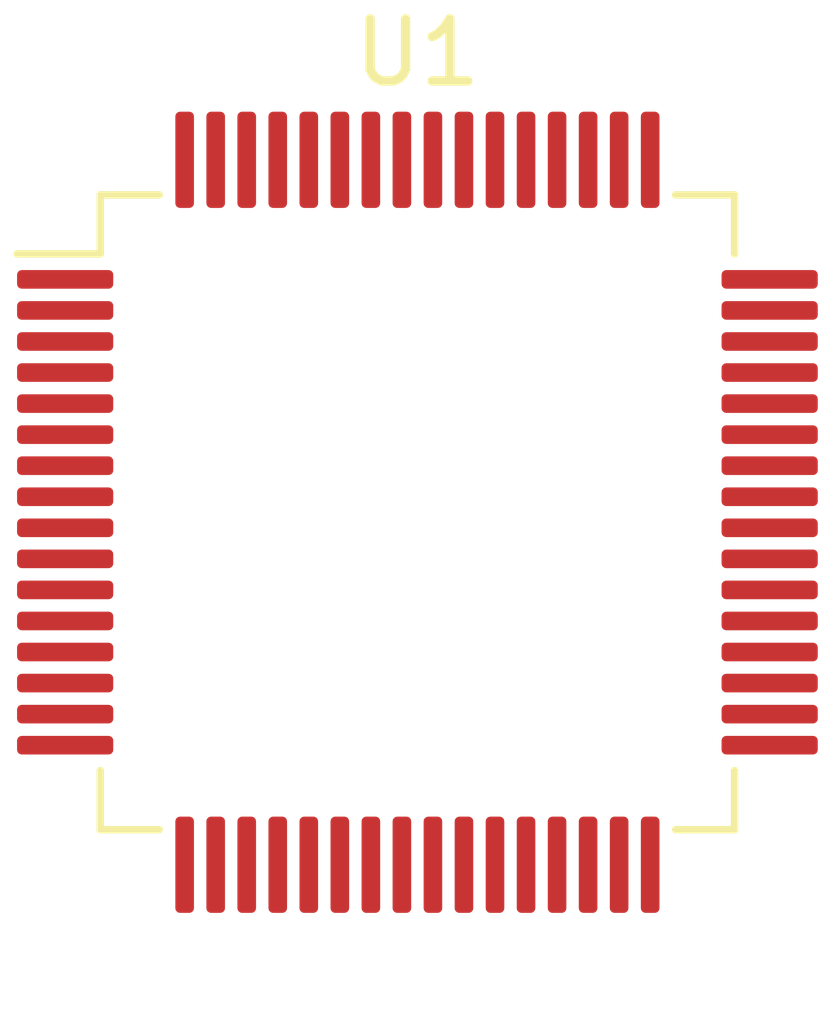
<source format=kicad_pcb>
(kicad_pcb (version 20171130) (host pcbnew "(5.1.4)-1")

  (general
    (thickness 1.6)
    (drawings 0)
    (tracks 0)
    (zones 0)
    (modules 1)
    (nets 61)
  )

  (page A4)
  (layers
    (0 F.Cu signal)
    (31 B.Cu signal)
    (32 B.Adhes user)
    (33 F.Adhes user)
    (34 B.Paste user)
    (35 F.Paste user)
    (36 B.SilkS user)
    (37 F.SilkS user)
    (38 B.Mask user)
    (39 F.Mask user)
    (40 Dwgs.User user)
    (41 Cmts.User user)
    (42 Eco1.User user)
    (43 Eco2.User user)
    (44 Edge.Cuts user)
    (45 Margin user)
    (46 B.CrtYd user)
    (47 F.CrtYd user)
    (48 B.Fab user)
    (49 F.Fab user)
  )

  (setup
    (last_trace_width 0.25)
    (trace_clearance 0.2)
    (zone_clearance 0.508)
    (zone_45_only no)
    (trace_min 0.2)
    (via_size 0.8)
    (via_drill 0.4)
    (via_min_size 0.4)
    (via_min_drill 0.3)
    (uvia_size 0.3)
    (uvia_drill 0.1)
    (uvias_allowed no)
    (uvia_min_size 0.2)
    (uvia_min_drill 0.1)
    (edge_width 0.05)
    (segment_width 0.2)
    (pcb_text_width 0.3)
    (pcb_text_size 1.5 1.5)
    (mod_edge_width 0.12)
    (mod_text_size 1 1)
    (mod_text_width 0.15)
    (pad_size 1.524 1.524)
    (pad_drill 0.762)
    (pad_to_mask_clearance 0.051)
    (solder_mask_min_width 0.25)
    (aux_axis_origin 0 0)
    (visible_elements FFFFFF7F)
    (pcbplotparams
      (layerselection 0x010fc_ffffffff)
      (usegerberextensions false)
      (usegerberattributes false)
      (usegerberadvancedattributes false)
      (creategerberjobfile false)
      (excludeedgelayer true)
      (linewidth 0.100000)
      (plotframeref false)
      (viasonmask false)
      (mode 1)
      (useauxorigin false)
      (hpglpennumber 1)
      (hpglpenspeed 20)
      (hpglpendiameter 15.000000)
      (psnegative false)
      (psa4output false)
      (plotreference true)
      (plotvalue true)
      (plotinvisibletext false)
      (padsonsilk false)
      (subtractmaskfromsilk false)
      (outputformat 1)
      (mirror false)
      (drillshape 1)
      (scaleselection 1)
      (outputdirectory ""))
  )

  (net 0 "")
  (net 1 VDD)
  (net 2 GND)
  (net 3 PB9)
  (net 4 PB8)
  (net 5 BOOT0)
  (net 6 PB7)
  (net 7 PB6)
  (net 8 PB5)
  (net 9 PB4)
  (net 10 PB3)
  (net 11 PD2)
  (net 12 PC12)
  (net 13 PC11)
  (net 14 PC10)
  (net 15 PA15)
  (net 16 PA14)
  (net 17 PF7)
  (net 18 PF6)
  (net 19 PA13)
  (net 20 PA12)
  (net 21 PA11)
  (net 22 PA10)
  (net 23 PA9)
  (net 24 PA8)
  (net 25 PC9)
  (net 26 PC8)
  (net 27 PC7)
  (net 28 PC6)
  (net 29 PB15)
  (net 30 PB14)
  (net 31 PB13)
  (net 32 PB12)
  (net 33 PB11)
  (net 34 PB10)
  (net 35 PB2)
  (net 36 PB1)
  (net 37 PB0)
  (net 38 PC5)
  (net 39 PC4)
  (net 40 PA7)
  (net 41 PA6)
  (net 42 PA5)
  (net 43 PA4)
  (net 44 PF5)
  (net 45 PF4)
  (net 46 PA3)
  (net 47 PA2)
  (net 48 PA1)
  (net 49 PA0)
  (net 50 PC3)
  (net 51 PC2)
  (net 52 PC1)
  (net 53 PC0)
  (net 54 NRST)
  (net 55 PF1)
  (net 56 PF0)
  (net 57 PC15)
  (net 58 PC14)
  (net 59 PC13)
  (net 60 "Net-(U1-Pad1)")

  (net_class Default "This is the default net class."
    (clearance 0.2)
    (trace_width 0.25)
    (via_dia 0.8)
    (via_drill 0.4)
    (uvia_dia 0.3)
    (uvia_drill 0.1)
    (add_net BOOT0)
    (add_net GND)
    (add_net NRST)
    (add_net "Net-(U1-Pad1)")
    (add_net PA0)
    (add_net PA1)
    (add_net PA10)
    (add_net PA11)
    (add_net PA12)
    (add_net PA13)
    (add_net PA14)
    (add_net PA15)
    (add_net PA2)
    (add_net PA3)
    (add_net PA4)
    (add_net PA5)
    (add_net PA6)
    (add_net PA7)
    (add_net PA8)
    (add_net PA9)
    (add_net PB0)
    (add_net PB1)
    (add_net PB10)
    (add_net PB11)
    (add_net PB12)
    (add_net PB13)
    (add_net PB14)
    (add_net PB15)
    (add_net PB2)
    (add_net PB3)
    (add_net PB4)
    (add_net PB5)
    (add_net PB6)
    (add_net PB7)
    (add_net PB8)
    (add_net PB9)
    (add_net PC0)
    (add_net PC1)
    (add_net PC10)
    (add_net PC11)
    (add_net PC12)
    (add_net PC13)
    (add_net PC14)
    (add_net PC15)
    (add_net PC2)
    (add_net PC3)
    (add_net PC4)
    (add_net PC5)
    (add_net PC6)
    (add_net PC7)
    (add_net PC8)
    (add_net PC9)
    (add_net PD2)
    (add_net PF0)
    (add_net PF1)
    (add_net PF4)
    (add_net PF5)
    (add_net PF6)
    (add_net PF7)
    (add_net VDD)
  )

  (module Package_QFP:LQFP-64_10x10mm_P0.5mm (layer F.Cu) (tedit 5C194D4E) (tstamp 5DD232BF)
    (at 297.555001 -7.244999)
    (descr "LQFP, 64 Pin (https://www.analog.com/media/en/technical-documentation/data-sheets/ad7606_7606-6_7606-4.pdf), generated with kicad-footprint-generator ipc_gullwing_generator.py")
    (tags "LQFP QFP")
    (path /5DD1C311)
    (attr smd)
    (fp_text reference U1 (at 0 -7.4) (layer F.SilkS)
      (effects (font (size 1 1) (thickness 0.15)))
    )
    (fp_text value STM32F051R8Tx (at 0 7.4) (layer F.Fab)
      (effects (font (size 1 1) (thickness 0.15)))
    )
    (fp_text user %R (at 0 0) (layer F.Fab)
      (effects (font (size 1 1) (thickness 0.15)))
    )
    (fp_line (start 6.7 4.15) (end 6.7 0) (layer F.CrtYd) (width 0.05))
    (fp_line (start 5.25 4.15) (end 6.7 4.15) (layer F.CrtYd) (width 0.05))
    (fp_line (start 5.25 5.25) (end 5.25 4.15) (layer F.CrtYd) (width 0.05))
    (fp_line (start 4.15 5.25) (end 5.25 5.25) (layer F.CrtYd) (width 0.05))
    (fp_line (start 4.15 6.7) (end 4.15 5.25) (layer F.CrtYd) (width 0.05))
    (fp_line (start 0 6.7) (end 4.15 6.7) (layer F.CrtYd) (width 0.05))
    (fp_line (start -6.7 4.15) (end -6.7 0) (layer F.CrtYd) (width 0.05))
    (fp_line (start -5.25 4.15) (end -6.7 4.15) (layer F.CrtYd) (width 0.05))
    (fp_line (start -5.25 5.25) (end -5.25 4.15) (layer F.CrtYd) (width 0.05))
    (fp_line (start -4.15 5.25) (end -5.25 5.25) (layer F.CrtYd) (width 0.05))
    (fp_line (start -4.15 6.7) (end -4.15 5.25) (layer F.CrtYd) (width 0.05))
    (fp_line (start 0 6.7) (end -4.15 6.7) (layer F.CrtYd) (width 0.05))
    (fp_line (start 6.7 -4.15) (end 6.7 0) (layer F.CrtYd) (width 0.05))
    (fp_line (start 5.25 -4.15) (end 6.7 -4.15) (layer F.CrtYd) (width 0.05))
    (fp_line (start 5.25 -5.25) (end 5.25 -4.15) (layer F.CrtYd) (width 0.05))
    (fp_line (start 4.15 -5.25) (end 5.25 -5.25) (layer F.CrtYd) (width 0.05))
    (fp_line (start 4.15 -6.7) (end 4.15 -5.25) (layer F.CrtYd) (width 0.05))
    (fp_line (start 0 -6.7) (end 4.15 -6.7) (layer F.CrtYd) (width 0.05))
    (fp_line (start -6.7 -4.15) (end -6.7 0) (layer F.CrtYd) (width 0.05))
    (fp_line (start -5.25 -4.15) (end -6.7 -4.15) (layer F.CrtYd) (width 0.05))
    (fp_line (start -5.25 -5.25) (end -5.25 -4.15) (layer F.CrtYd) (width 0.05))
    (fp_line (start -4.15 -5.25) (end -5.25 -5.25) (layer F.CrtYd) (width 0.05))
    (fp_line (start -4.15 -6.7) (end -4.15 -5.25) (layer F.CrtYd) (width 0.05))
    (fp_line (start 0 -6.7) (end -4.15 -6.7) (layer F.CrtYd) (width 0.05))
    (fp_line (start -5 -4) (end -4 -5) (layer F.Fab) (width 0.1))
    (fp_line (start -5 5) (end -5 -4) (layer F.Fab) (width 0.1))
    (fp_line (start 5 5) (end -5 5) (layer F.Fab) (width 0.1))
    (fp_line (start 5 -5) (end 5 5) (layer F.Fab) (width 0.1))
    (fp_line (start -4 -5) (end 5 -5) (layer F.Fab) (width 0.1))
    (fp_line (start -5.11 -4.16) (end -6.45 -4.16) (layer F.SilkS) (width 0.12))
    (fp_line (start -5.11 -5.11) (end -5.11 -4.16) (layer F.SilkS) (width 0.12))
    (fp_line (start -4.16 -5.11) (end -5.11 -5.11) (layer F.SilkS) (width 0.12))
    (fp_line (start 5.11 -5.11) (end 5.11 -4.16) (layer F.SilkS) (width 0.12))
    (fp_line (start 4.16 -5.11) (end 5.11 -5.11) (layer F.SilkS) (width 0.12))
    (fp_line (start -5.11 5.11) (end -5.11 4.16) (layer F.SilkS) (width 0.12))
    (fp_line (start -4.16 5.11) (end -5.11 5.11) (layer F.SilkS) (width 0.12))
    (fp_line (start 5.11 5.11) (end 5.11 4.16) (layer F.SilkS) (width 0.12))
    (fp_line (start 4.16 5.11) (end 5.11 5.11) (layer F.SilkS) (width 0.12))
    (pad 64 smd roundrect (at -3.75 -5.675) (size 0.3 1.55) (layers F.Cu F.Paste F.Mask) (roundrect_rratio 0.25)
      (net 1 VDD))
    (pad 63 smd roundrect (at -3.25 -5.675) (size 0.3 1.55) (layers F.Cu F.Paste F.Mask) (roundrect_rratio 0.25)
      (net 2 GND))
    (pad 62 smd roundrect (at -2.75 -5.675) (size 0.3 1.55) (layers F.Cu F.Paste F.Mask) (roundrect_rratio 0.25)
      (net 3 PB9))
    (pad 61 smd roundrect (at -2.25 -5.675) (size 0.3 1.55) (layers F.Cu F.Paste F.Mask) (roundrect_rratio 0.25)
      (net 4 PB8))
    (pad 60 smd roundrect (at -1.75 -5.675) (size 0.3 1.55) (layers F.Cu F.Paste F.Mask) (roundrect_rratio 0.25)
      (net 5 BOOT0))
    (pad 59 smd roundrect (at -1.25 -5.675) (size 0.3 1.55) (layers F.Cu F.Paste F.Mask) (roundrect_rratio 0.25)
      (net 6 PB7))
    (pad 58 smd roundrect (at -0.75 -5.675) (size 0.3 1.55) (layers F.Cu F.Paste F.Mask) (roundrect_rratio 0.25)
      (net 7 PB6))
    (pad 57 smd roundrect (at -0.25 -5.675) (size 0.3 1.55) (layers F.Cu F.Paste F.Mask) (roundrect_rratio 0.25)
      (net 8 PB5))
    (pad 56 smd roundrect (at 0.25 -5.675) (size 0.3 1.55) (layers F.Cu F.Paste F.Mask) (roundrect_rratio 0.25)
      (net 9 PB4))
    (pad 55 smd roundrect (at 0.75 -5.675) (size 0.3 1.55) (layers F.Cu F.Paste F.Mask) (roundrect_rratio 0.25)
      (net 10 PB3))
    (pad 54 smd roundrect (at 1.25 -5.675) (size 0.3 1.55) (layers F.Cu F.Paste F.Mask) (roundrect_rratio 0.25)
      (net 11 PD2))
    (pad 53 smd roundrect (at 1.75 -5.675) (size 0.3 1.55) (layers F.Cu F.Paste F.Mask) (roundrect_rratio 0.25)
      (net 12 PC12))
    (pad 52 smd roundrect (at 2.25 -5.675) (size 0.3 1.55) (layers F.Cu F.Paste F.Mask) (roundrect_rratio 0.25)
      (net 13 PC11))
    (pad 51 smd roundrect (at 2.75 -5.675) (size 0.3 1.55) (layers F.Cu F.Paste F.Mask) (roundrect_rratio 0.25)
      (net 14 PC10))
    (pad 50 smd roundrect (at 3.25 -5.675) (size 0.3 1.55) (layers F.Cu F.Paste F.Mask) (roundrect_rratio 0.25)
      (net 15 PA15))
    (pad 49 smd roundrect (at 3.75 -5.675) (size 0.3 1.55) (layers F.Cu F.Paste F.Mask) (roundrect_rratio 0.25)
      (net 16 PA14))
    (pad 48 smd roundrect (at 5.675 -3.75) (size 1.55 0.3) (layers F.Cu F.Paste F.Mask) (roundrect_rratio 0.25)
      (net 17 PF7))
    (pad 47 smd roundrect (at 5.675 -3.25) (size 1.55 0.3) (layers F.Cu F.Paste F.Mask) (roundrect_rratio 0.25)
      (net 18 PF6))
    (pad 46 smd roundrect (at 5.675 -2.75) (size 1.55 0.3) (layers F.Cu F.Paste F.Mask) (roundrect_rratio 0.25)
      (net 19 PA13))
    (pad 45 smd roundrect (at 5.675 -2.25) (size 1.55 0.3) (layers F.Cu F.Paste F.Mask) (roundrect_rratio 0.25)
      (net 20 PA12))
    (pad 44 smd roundrect (at 5.675 -1.75) (size 1.55 0.3) (layers F.Cu F.Paste F.Mask) (roundrect_rratio 0.25)
      (net 21 PA11))
    (pad 43 smd roundrect (at 5.675 -1.25) (size 1.55 0.3) (layers F.Cu F.Paste F.Mask) (roundrect_rratio 0.25)
      (net 22 PA10))
    (pad 42 smd roundrect (at 5.675 -0.75) (size 1.55 0.3) (layers F.Cu F.Paste F.Mask) (roundrect_rratio 0.25)
      (net 23 PA9))
    (pad 41 smd roundrect (at 5.675 -0.25) (size 1.55 0.3) (layers F.Cu F.Paste F.Mask) (roundrect_rratio 0.25)
      (net 24 PA8))
    (pad 40 smd roundrect (at 5.675 0.25) (size 1.55 0.3) (layers F.Cu F.Paste F.Mask) (roundrect_rratio 0.25)
      (net 25 PC9))
    (pad 39 smd roundrect (at 5.675 0.75) (size 1.55 0.3) (layers F.Cu F.Paste F.Mask) (roundrect_rratio 0.25)
      (net 26 PC8))
    (pad 38 smd roundrect (at 5.675 1.25) (size 1.55 0.3) (layers F.Cu F.Paste F.Mask) (roundrect_rratio 0.25)
      (net 27 PC7))
    (pad 37 smd roundrect (at 5.675 1.75) (size 1.55 0.3) (layers F.Cu F.Paste F.Mask) (roundrect_rratio 0.25)
      (net 28 PC6))
    (pad 36 smd roundrect (at 5.675 2.25) (size 1.55 0.3) (layers F.Cu F.Paste F.Mask) (roundrect_rratio 0.25)
      (net 29 PB15))
    (pad 35 smd roundrect (at 5.675 2.75) (size 1.55 0.3) (layers F.Cu F.Paste F.Mask) (roundrect_rratio 0.25)
      (net 30 PB14))
    (pad 34 smd roundrect (at 5.675 3.25) (size 1.55 0.3) (layers F.Cu F.Paste F.Mask) (roundrect_rratio 0.25)
      (net 31 PB13))
    (pad 33 smd roundrect (at 5.675 3.75) (size 1.55 0.3) (layers F.Cu F.Paste F.Mask) (roundrect_rratio 0.25)
      (net 32 PB12))
    (pad 32 smd roundrect (at 3.75 5.675) (size 0.3 1.55) (layers F.Cu F.Paste F.Mask) (roundrect_rratio 0.25)
      (net 1 VDD))
    (pad 31 smd roundrect (at 3.25 5.675) (size 0.3 1.55) (layers F.Cu F.Paste F.Mask) (roundrect_rratio 0.25)
      (net 2 GND))
    (pad 30 smd roundrect (at 2.75 5.675) (size 0.3 1.55) (layers F.Cu F.Paste F.Mask) (roundrect_rratio 0.25)
      (net 33 PB11))
    (pad 29 smd roundrect (at 2.25 5.675) (size 0.3 1.55) (layers F.Cu F.Paste F.Mask) (roundrect_rratio 0.25)
      (net 34 PB10))
    (pad 28 smd roundrect (at 1.75 5.675) (size 0.3 1.55) (layers F.Cu F.Paste F.Mask) (roundrect_rratio 0.25)
      (net 35 PB2))
    (pad 27 smd roundrect (at 1.25 5.675) (size 0.3 1.55) (layers F.Cu F.Paste F.Mask) (roundrect_rratio 0.25)
      (net 36 PB1))
    (pad 26 smd roundrect (at 0.75 5.675) (size 0.3 1.55) (layers F.Cu F.Paste F.Mask) (roundrect_rratio 0.25)
      (net 37 PB0))
    (pad 25 smd roundrect (at 0.25 5.675) (size 0.3 1.55) (layers F.Cu F.Paste F.Mask) (roundrect_rratio 0.25)
      (net 38 PC5))
    (pad 24 smd roundrect (at -0.25 5.675) (size 0.3 1.55) (layers F.Cu F.Paste F.Mask) (roundrect_rratio 0.25)
      (net 39 PC4))
    (pad 23 smd roundrect (at -0.75 5.675) (size 0.3 1.55) (layers F.Cu F.Paste F.Mask) (roundrect_rratio 0.25)
      (net 40 PA7))
    (pad 22 smd roundrect (at -1.25 5.675) (size 0.3 1.55) (layers F.Cu F.Paste F.Mask) (roundrect_rratio 0.25)
      (net 41 PA6))
    (pad 21 smd roundrect (at -1.75 5.675) (size 0.3 1.55) (layers F.Cu F.Paste F.Mask) (roundrect_rratio 0.25)
      (net 42 PA5))
    (pad 20 smd roundrect (at -2.25 5.675) (size 0.3 1.55) (layers F.Cu F.Paste F.Mask) (roundrect_rratio 0.25)
      (net 43 PA4))
    (pad 19 smd roundrect (at -2.75 5.675) (size 0.3 1.55) (layers F.Cu F.Paste F.Mask) (roundrect_rratio 0.25)
      (net 44 PF5))
    (pad 18 smd roundrect (at -3.25 5.675) (size 0.3 1.55) (layers F.Cu F.Paste F.Mask) (roundrect_rratio 0.25)
      (net 45 PF4))
    (pad 17 smd roundrect (at -3.75 5.675) (size 0.3 1.55) (layers F.Cu F.Paste F.Mask) (roundrect_rratio 0.25)
      (net 46 PA3))
    (pad 16 smd roundrect (at -5.675 3.75) (size 1.55 0.3) (layers F.Cu F.Paste F.Mask) (roundrect_rratio 0.25)
      (net 47 PA2))
    (pad 15 smd roundrect (at -5.675 3.25) (size 1.55 0.3) (layers F.Cu F.Paste F.Mask) (roundrect_rratio 0.25)
      (net 48 PA1))
    (pad 14 smd roundrect (at -5.675 2.75) (size 1.55 0.3) (layers F.Cu F.Paste F.Mask) (roundrect_rratio 0.25)
      (net 49 PA0))
    (pad 13 smd roundrect (at -5.675 2.25) (size 1.55 0.3) (layers F.Cu F.Paste F.Mask) (roundrect_rratio 0.25)
      (net 1 VDD))
    (pad 12 smd roundrect (at -5.675 1.75) (size 1.55 0.3) (layers F.Cu F.Paste F.Mask) (roundrect_rratio 0.25)
      (net 2 GND))
    (pad 11 smd roundrect (at -5.675 1.25) (size 1.55 0.3) (layers F.Cu F.Paste F.Mask) (roundrect_rratio 0.25)
      (net 50 PC3))
    (pad 10 smd roundrect (at -5.675 0.75) (size 1.55 0.3) (layers F.Cu F.Paste F.Mask) (roundrect_rratio 0.25)
      (net 51 PC2))
    (pad 9 smd roundrect (at -5.675 0.25) (size 1.55 0.3) (layers F.Cu F.Paste F.Mask) (roundrect_rratio 0.25)
      (net 52 PC1))
    (pad 8 smd roundrect (at -5.675 -0.25) (size 1.55 0.3) (layers F.Cu F.Paste F.Mask) (roundrect_rratio 0.25)
      (net 53 PC0))
    (pad 7 smd roundrect (at -5.675 -0.75) (size 1.55 0.3) (layers F.Cu F.Paste F.Mask) (roundrect_rratio 0.25)
      (net 54 NRST))
    (pad 6 smd roundrect (at -5.675 -1.25) (size 1.55 0.3) (layers F.Cu F.Paste F.Mask) (roundrect_rratio 0.25)
      (net 55 PF1))
    (pad 5 smd roundrect (at -5.675 -1.75) (size 1.55 0.3) (layers F.Cu F.Paste F.Mask) (roundrect_rratio 0.25)
      (net 56 PF0))
    (pad 4 smd roundrect (at -5.675 -2.25) (size 1.55 0.3) (layers F.Cu F.Paste F.Mask) (roundrect_rratio 0.25)
      (net 57 PC15))
    (pad 3 smd roundrect (at -5.675 -2.75) (size 1.55 0.3) (layers F.Cu F.Paste F.Mask) (roundrect_rratio 0.25)
      (net 58 PC14))
    (pad 2 smd roundrect (at -5.675 -3.25) (size 1.55 0.3) (layers F.Cu F.Paste F.Mask) (roundrect_rratio 0.25)
      (net 59 PC13))
    (pad 1 smd roundrect (at -5.675 -3.75) (size 1.55 0.3) (layers F.Cu F.Paste F.Mask) (roundrect_rratio 0.25)
      (net 60 "Net-(U1-Pad1)"))
    (model ${KISYS3DMOD}/Package_QFP.3dshapes/LQFP-64_10x10mm_P0.5mm.wrl
      (at (xyz 0 0 0))
      (scale (xyz 1 1 1))
      (rotate (xyz 0 0 0))
    )
  )

)

</source>
